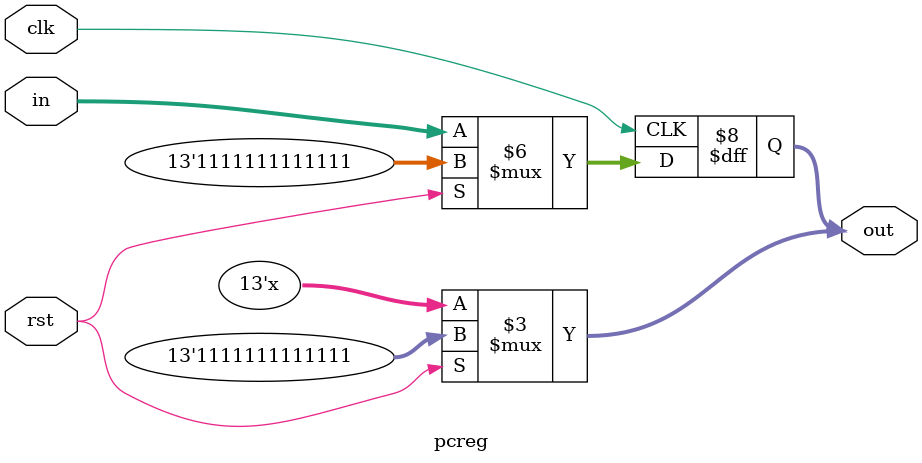
<source format=v>
`timescale 1ns/1ns
module pcreg(input[12:0] in,input clk,rst,output reg[12:0] out);
	always@(posedge clk)begin
		if(rst)
			out<=-1;
		else
			out<=in;
	end
	always@(rst)begin
		if(rst)
			out<=-1;
	end
endmodule
</source>
